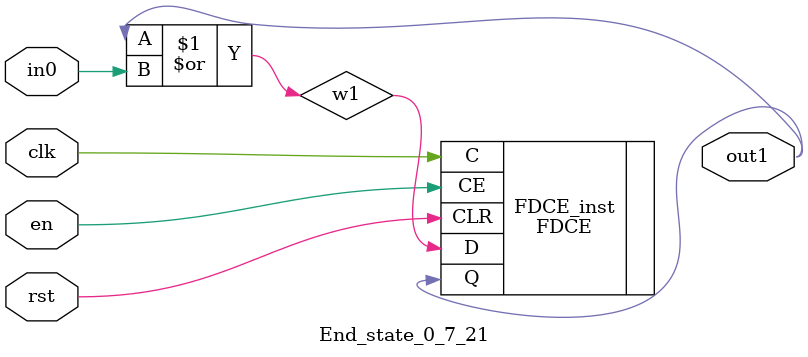
<source format=v>
module engine_0_7(out,clk,sod,en, in_34, in_0, in_1, in_8, in_10, in_12, in_17, in_21, in_25, in_29, in_30, in_31);
//pcre: /^[A-Z]+\s+\x2Fsetup\x2Fsetup-.*?\x2E\x2E\x2F/mi
//block char: [\z415a][1], ^[9], \x20[8], S[0], -[0], \x2E[8], e[0], p[0], \x2F[8], u[0], t[0], .[7], 

	input clk,sod,en;

	input in_34, in_0, in_1, in_8, in_10, in_12, in_17, in_21, in_25, in_29, in_30, in_31;
	output out;

	assign w0 = 1'b1;
	state_0_7_1 BlockState_0_7_1 (w1,in_0,clk,en,sod,w0);
	state_0_7_2 BlockState_0_7_2 (w2,in_34,clk,en,sod,w2,w1);
	state_0_7_3 BlockState_0_7_3 (w3,in_1,clk,en,sod,w3,w2);
	state_0_7_4 BlockState_0_7_4 (w4,in_25,clk,en,sod,w3);
	state_0_7_5 BlockState_0_7_5 (w5,in_8,clk,en,sod,w4);
	state_0_7_6 BlockState_0_7_6 (w6,in_17,clk,en,sod,w5);
	state_0_7_7 BlockState_0_7_7 (w7,in_30,clk,en,sod,w6);
	state_0_7_8 BlockState_0_7_8 (w8,in_29,clk,en,sod,w7);
	state_0_7_9 BlockState_0_7_9 (w9,in_21,clk,en,sod,w8);
	state_0_7_10 BlockState_0_7_10 (w10,in_25,clk,en,sod,w9);
	state_0_7_11 BlockState_0_7_11 (w11,in_8,clk,en,sod,w10);
	state_0_7_12 BlockState_0_7_12 (w12,in_17,clk,en,sod,w11);
	state_0_7_13 BlockState_0_7_13 (w13,in_30,clk,en,sod,w12);
	state_0_7_14 BlockState_0_7_14 (w14,in_29,clk,en,sod,w13);
	state_0_7_15 BlockState_0_7_15 (w15,in_21,clk,en,sod,w14);
	state_0_7_16 BlockState_0_7_16 (w16,in_10,clk,en,sod,w15);
	state_0_7_17 BlockState_0_7_17 (w17,in_31,clk,en,sod,w17,w16);
	state_0_7_18 BlockState_0_7_18 (w18,in_12,clk,en,sod,w16,w16,w17);
	state_0_7_19 BlockState_0_7_19 (w19,in_12,clk,en,sod,w18);
	state_0_7_20 BlockState_0_7_20 (w20,in_25,clk,en,sod,w19);
	End_state_0_7_21 BlockState_0_7_21 (out,clk,en,sod,w20);
endmodule

module state_0_7_1(out1,in_char,clk,en,rst,in0);
	input in_char,clk,en,rst,in0;
	output out1;
	wire w1,w2;
	assign w1 = in0; 
	and(w2,in_char,w1);
	FDCE #(.INIT(1'b0)) FDCE_inst (
		.Q(out1),
		.C(clk),
		.CE(en),
		.CLR(rst),
		.D(w2)
);
endmodule

module state_0_7_2(out1,in_char,clk,en,rst,in0,in1);
	input in_char,clk,en,rst,in0,in1;
	output out1;
	wire w1,w2;
	or(w1,in0,in1);
	and(w2,in_char,w1);
	FDCE #(.INIT(1'b0)) FDCE_inst (
		.Q(out1),
		.C(clk),
		.CE(en),
		.CLR(rst),
		.D(w2)
);
endmodule

module state_0_7_3(out1,in_char,clk,en,rst,in0,in1);
	input in_char,clk,en,rst,in0,in1;
	output out1;
	wire w1,w2;
	or(w1,in0,in1);
	and(w2,in_char,w1);
	FDCE #(.INIT(1'b0)) FDCE_inst (
		.Q(out1),
		.C(clk),
		.CE(en),
		.CLR(rst),
		.D(w2)
);
endmodule

module state_0_7_4(out1,in_char,clk,en,rst,in0);
	input in_char,clk,en,rst,in0;
	output out1;
	wire w1,w2;
	assign w1 = in0; 
	and(w2,in_char,w1);
	FDCE #(.INIT(1'b0)) FDCE_inst (
		.Q(out1),
		.C(clk),
		.CE(en),
		.CLR(rst),
		.D(w2)
);
endmodule

module state_0_7_5(out1,in_char,clk,en,rst,in0);
	input in_char,clk,en,rst,in0;
	output out1;
	wire w1,w2;
	assign w1 = in0; 
	and(w2,in_char,w1);
	FDCE #(.INIT(1'b0)) FDCE_inst (
		.Q(out1),
		.C(clk),
		.CE(en),
		.CLR(rst),
		.D(w2)
);
endmodule

module state_0_7_6(out1,in_char,clk,en,rst,in0);
	input in_char,clk,en,rst,in0;
	output out1;
	wire w1,w2;
	assign w1 = in0; 
	and(w2,in_char,w1);
	FDCE #(.INIT(1'b0)) FDCE_inst (
		.Q(out1),
		.C(clk),
		.CE(en),
		.CLR(rst),
		.D(w2)
);
endmodule

module state_0_7_7(out1,in_char,clk,en,rst,in0);
	input in_char,clk,en,rst,in0;
	output out1;
	wire w1,w2;
	assign w1 = in0; 
	and(w2,in_char,w1);
	FDCE #(.INIT(1'b0)) FDCE_inst (
		.Q(out1),
		.C(clk),
		.CE(en),
		.CLR(rst),
		.D(w2)
);
endmodule

module state_0_7_8(out1,in_char,clk,en,rst,in0);
	input in_char,clk,en,rst,in0;
	output out1;
	wire w1,w2;
	assign w1 = in0; 
	and(w2,in_char,w1);
	FDCE #(.INIT(1'b0)) FDCE_inst (
		.Q(out1),
		.C(clk),
		.CE(en),
		.CLR(rst),
		.D(w2)
);
endmodule

module state_0_7_9(out1,in_char,clk,en,rst,in0);
	input in_char,clk,en,rst,in0;
	output out1;
	wire w1,w2;
	assign w1 = in0; 
	and(w2,in_char,w1);
	FDCE #(.INIT(1'b0)) FDCE_inst (
		.Q(out1),
		.C(clk),
		.CE(en),
		.CLR(rst),
		.D(w2)
);
endmodule

module state_0_7_10(out1,in_char,clk,en,rst,in0);
	input in_char,clk,en,rst,in0;
	output out1;
	wire w1,w2;
	assign w1 = in0; 
	and(w2,in_char,w1);
	FDCE #(.INIT(1'b0)) FDCE_inst (
		.Q(out1),
		.C(clk),
		.CE(en),
		.CLR(rst),
		.D(w2)
);
endmodule

module state_0_7_11(out1,in_char,clk,en,rst,in0);
	input in_char,clk,en,rst,in0;
	output out1;
	wire w1,w2;
	assign w1 = in0; 
	and(w2,in_char,w1);
	FDCE #(.INIT(1'b0)) FDCE_inst (
		.Q(out1),
		.C(clk),
		.CE(en),
		.CLR(rst),
		.D(w2)
);
endmodule

module state_0_7_12(out1,in_char,clk,en,rst,in0);
	input in_char,clk,en,rst,in0;
	output out1;
	wire w1,w2;
	assign w1 = in0; 
	and(w2,in_char,w1);
	FDCE #(.INIT(1'b0)) FDCE_inst (
		.Q(out1),
		.C(clk),
		.CE(en),
		.CLR(rst),
		.D(w2)
);
endmodule

module state_0_7_13(out1,in_char,clk,en,rst,in0);
	input in_char,clk,en,rst,in0;
	output out1;
	wire w1,w2;
	assign w1 = in0; 
	and(w2,in_char,w1);
	FDCE #(.INIT(1'b0)) FDCE_inst (
		.Q(out1),
		.C(clk),
		.CE(en),
		.CLR(rst),
		.D(w2)
);
endmodule

module state_0_7_14(out1,in_char,clk,en,rst,in0);
	input in_char,clk,en,rst,in0;
	output out1;
	wire w1,w2;
	assign w1 = in0; 
	and(w2,in_char,w1);
	FDCE #(.INIT(1'b0)) FDCE_inst (
		.Q(out1),
		.C(clk),
		.CE(en),
		.CLR(rst),
		.D(w2)
);
endmodule

module state_0_7_15(out1,in_char,clk,en,rst,in0);
	input in_char,clk,en,rst,in0;
	output out1;
	wire w1,w2;
	assign w1 = in0; 
	and(w2,in_char,w1);
	FDCE #(.INIT(1'b0)) FDCE_inst (
		.Q(out1),
		.C(clk),
		.CE(en),
		.CLR(rst),
		.D(w2)
);
endmodule

module state_0_7_16(out1,in_char,clk,en,rst,in0);
	input in_char,clk,en,rst,in0;
	output out1;
	wire w1,w2;
	assign w1 = in0; 
	and(w2,in_char,w1);
	FDCE #(.INIT(1'b0)) FDCE_inst (
		.Q(out1),
		.C(clk),
		.CE(en),
		.CLR(rst),
		.D(w2)
);
endmodule

module state_0_7_17(out1,in_char,clk,en,rst,in0,in1);
	input in_char,clk,en,rst,in0,in1;
	output out1;
	wire w1,w2;
	or(w1,in0,in1);
	and(w2,in_char,w1);
	FDCE #(.INIT(1'b0)) FDCE_inst (
		.Q(out1),
		.C(clk),
		.CE(en),
		.CLR(rst),
		.D(w2)
);
endmodule

module state_0_7_18(out1,in_char,clk,en,rst,in0,in1,in2);
	input in_char,clk,en,rst,in0,in1,in2;
	output out1;
	wire w1,w2;
	or(w1,in0,in1,in2);
	and(w2,in_char,w1);
	FDCE #(.INIT(1'b0)) FDCE_inst (
		.Q(out1),
		.C(clk),
		.CE(en),
		.CLR(rst),
		.D(w2)
);
endmodule

module state_0_7_19(out1,in_char,clk,en,rst,in0);
	input in_char,clk,en,rst,in0;
	output out1;
	wire w1,w2;
	assign w1 = in0; 
	and(w2,in_char,w1);
	FDCE #(.INIT(1'b0)) FDCE_inst (
		.Q(out1),
		.C(clk),
		.CE(en),
		.CLR(rst),
		.D(w2)
);
endmodule

module state_0_7_20(out1,in_char,clk,en,rst,in0);
	input in_char,clk,en,rst,in0;
	output out1;
	wire w1,w2;
	assign w1 = in0; 
	and(w2,in_char,w1);
	FDCE #(.INIT(1'b0)) FDCE_inst (
		.Q(out1),
		.C(clk),
		.CE(en),
		.CLR(rst),
		.D(w2)
);
endmodule

module End_state_0_7_21(out1,clk,en,rst,in0);
	input clk,rst,en,in0;
	output out1;
	wire w1;
	or(w1,out1,in0);
	FDCE #(.INIT(1'b0)) FDCE_inst (
		.Q(out1),
		.C(clk),
		.CE(en),
		.CLR(rst),
		.D(w1)
);
endmodule


</source>
